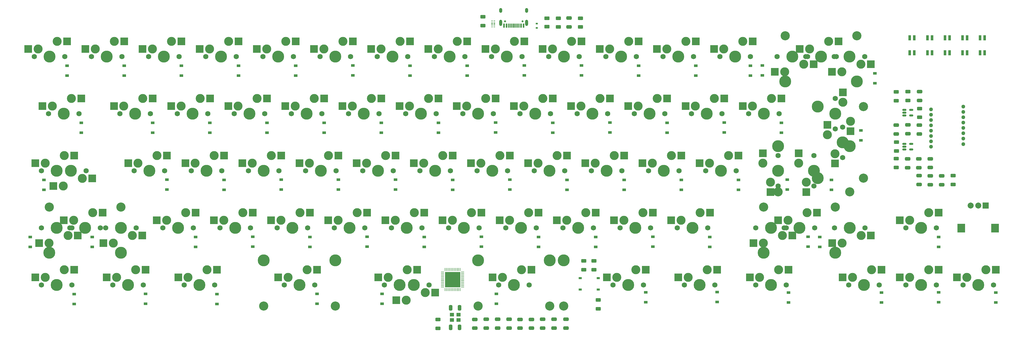
<source format=gbr>
%TF.GenerationSoftware,KiCad,Pcbnew,(6.0.5)*%
%TF.CreationDate,2023-05-27T18:30:22+09:00*%
%TF.ProjectId,dynamis,64796e61-6d69-4732-9e6b-696361645f70,v2.0.0*%
%TF.SameCoordinates,Original*%
%TF.FileFunction,Soldermask,Bot*%
%TF.FilePolarity,Negative*%
%FSLAX46Y46*%
G04 Gerber Fmt 4.6, Leading zero omitted, Abs format (unit mm)*
G04 Created by KiCad (PCBNEW (6.0.5)) date 2023-05-27 18:30:22*
%MOMM*%
%LPD*%
G01*
G04 APERTURE LIST*
G04 Aperture macros list*
%AMRoundRect*
0 Rectangle with rounded corners*
0 $1 Rounding radius*
0 $2 $3 $4 $5 $6 $7 $8 $9 X,Y pos of 4 corners*
0 Add a 4 corners polygon primitive as box body*
4,1,4,$2,$3,$4,$5,$6,$7,$8,$9,$2,$3,0*
0 Add four circle primitives for the rounded corners*
1,1,$1+$1,$2,$3*
1,1,$1+$1,$4,$5*
1,1,$1+$1,$6,$7*
1,1,$1+$1,$8,$9*
0 Add four rect primitives between the rounded corners*
20,1,$1+$1,$2,$3,$4,$5,0*
20,1,$1+$1,$4,$5,$6,$7,0*
20,1,$1+$1,$6,$7,$8,$9,0*
20,1,$1+$1,$8,$9,$2,$3,0*%
G04 Aperture macros list end*
%ADD10C,3.000000*%
%ADD11C,3.987800*%
%ADD12C,1.750000*%
%ADD13R,2.550000X2.500000*%
%ADD14R,0.820000X1.800000*%
%ADD15R,2.500000X2.550000*%
%ADD16C,3.048000*%
%ADD17R,2.000000X2.000000*%
%ADD18C,2.000000*%
%ADD19R,2.500000X3.000000*%
%ADD20RoundRect,0.250000X0.625000X-0.312500X0.625000X0.312500X-0.625000X0.312500X-0.625000X-0.312500X0*%
%ADD21R,1.200000X0.900000*%
%ADD22RoundRect,0.250000X-0.650000X0.325000X-0.650000X-0.325000X0.650000X-0.325000X0.650000X0.325000X0*%
%ADD23C,0.650000*%
%ADD24R,0.600000X1.450000*%
%ADD25R,0.300000X1.450000*%
%ADD26O,1.000000X2.100000*%
%ADD27O,1.000000X1.600000*%
%ADD28RoundRect,0.250000X-0.625000X0.312500X-0.625000X-0.312500X0.625000X-0.312500X0.625000X0.312500X0*%
%ADD29RoundRect,0.250000X0.650000X-0.325000X0.650000X0.325000X-0.650000X0.325000X-0.650000X-0.325000X0*%
%ADD30RoundRect,0.250000X0.325000X0.650000X-0.325000X0.650000X-0.325000X-0.650000X0.325000X-0.650000X0*%
%ADD31R,0.700000X0.600000*%
%ADD32R,1.400000X1.200000*%
%ADD33RoundRect,0.062500X0.475000X0.062500X-0.475000X0.062500X-0.475000X-0.062500X0.475000X-0.062500X0*%
%ADD34RoundRect,0.062500X0.062500X0.475000X-0.062500X0.475000X-0.062500X-0.475000X0.062500X-0.475000X0*%
%ADD35R,5.200000X5.200000*%
%ADD36R,1.000000X0.750000*%
%ADD37RoundRect,0.150000X-0.512500X-0.150000X0.512500X-0.150000X0.512500X0.150000X-0.512500X0.150000X0*%
%ADD38C,1.300000*%
%ADD39R,0.609000X0.250000*%
%ADD40R,0.609000X0.380000*%
%ADD41RoundRect,0.250000X-0.625000X0.375000X-0.625000X-0.375000X0.625000X-0.375000X0.625000X0.375000X0*%
G04 APERTURE END LIST*
D10*
%TO.C,SW09_00*%
X412235000Y-176480000D03*
D11*
X414775000Y-171400000D03*
D12*
X409695000Y-171400000D03*
D10*
X418585000Y-173940000D03*
D12*
X419855000Y-171400000D03*
D13*
X421860000Y-173940000D03*
X408933000Y-176480000D03*
%TD*%
D12*
%TO.C,SW03_02*%
X185870000Y-228550000D03*
D10*
X187140000Y-226010000D03*
D12*
X196030000Y-228550000D03*
D11*
X190950000Y-228550000D03*
D10*
X193490000Y-223470000D03*
D13*
X183865000Y-226010000D03*
X196792000Y-223470000D03*
%TD*%
D10*
%TO.C,SW03_00*%
X147935000Y-233630000D03*
D12*
X155555000Y-228550000D03*
X145395000Y-228550000D03*
D11*
X150475000Y-228550000D03*
D10*
X154285000Y-231090000D03*
D13*
X157560000Y-231090000D03*
X144633000Y-233630000D03*
%TD*%
D11*
%TO.C,SW01_03*%
X214775000Y-190450000D03*
D10*
X217315000Y-185370000D03*
D12*
X219855000Y-190450000D03*
D10*
X210965000Y-187910000D03*
D12*
X209695000Y-190450000D03*
D13*
X207690000Y-187910000D03*
X220617000Y-185370000D03*
%TD*%
D12*
%TO.C,SW07_03*%
X347770000Y-209500000D03*
X357930000Y-209500000D03*
D10*
X349040000Y-206960000D03*
D11*
X352850000Y-209500000D03*
D10*
X355390000Y-204420000D03*
D13*
X345765000Y-206960000D03*
X358692000Y-204420000D03*
%TD*%
D12*
%TO.C,SW09_04*%
X424630000Y-247600000D03*
D10*
X422090000Y-242520000D03*
X415740000Y-245060000D03*
D12*
X414470000Y-247600000D03*
D11*
X419550000Y-247600000D03*
D13*
X412465000Y-245060000D03*
X425392000Y-242520000D03*
%TD*%
D14*
%TO.C,LED01*%
X442225000Y-165125000D03*
X440725000Y-165125000D03*
X440725000Y-170125000D03*
X442225000Y-170125000D03*
%TD*%
D12*
%TO.C,SW02_05*%
X262680000Y-209500000D03*
D10*
X260140000Y-204420000D03*
D12*
X252520000Y-209500000D03*
D11*
X257600000Y-209500000D03*
D10*
X253790000Y-206960000D03*
D13*
X250515000Y-206960000D03*
X263442000Y-204420000D03*
%TD*%
D10*
%TO.C,SW05_03*%
X334790000Y-168860000D03*
D11*
X338600000Y-171400000D03*
D10*
X341140000Y-166320000D03*
D12*
X343680000Y-171400000D03*
X333520000Y-171400000D03*
D13*
X331515000Y-168860000D03*
X344442000Y-166320000D03*
%TD*%
D12*
%TO.C,SW07_01*%
X390975000Y-214580000D03*
D10*
X385895000Y-206960000D03*
D12*
X390975000Y-204420000D03*
D11*
X390975000Y-209500000D03*
D10*
X388435000Y-213310000D03*
D15*
X388435000Y-216585000D03*
X385895000Y-203658000D03*
%TD*%
D16*
%TO.C,SWRS_L01*%
X386137000Y-221565000D03*
D12*
X392995000Y-228550000D03*
D11*
X386137000Y-236805000D03*
D10*
X400615000Y-223470000D03*
D11*
X410013000Y-236805000D03*
D10*
X394265000Y-226010000D03*
D16*
X410013000Y-221565000D03*
D11*
X398075000Y-228550000D03*
D12*
X403155000Y-228550000D03*
D13*
X390990000Y-226010000D03*
X403917000Y-223470000D03*
%TD*%
D12*
%TO.C,SW05_01*%
X381755000Y-171400000D03*
D11*
X376675000Y-171400000D03*
D10*
X372865000Y-168860000D03*
D12*
X371595000Y-171400000D03*
D10*
X379215000Y-166320000D03*
D13*
X369590000Y-168860000D03*
X382517000Y-166320000D03*
%TD*%
D10*
%TO.C,SWLS_L01*%
X162515000Y-223470000D03*
D11*
X171913000Y-236805000D03*
D12*
X165055000Y-228550000D03*
D10*
X156165000Y-226010000D03*
D12*
X154895000Y-228550000D03*
D11*
X159975000Y-228550000D03*
X148037000Y-236805000D03*
D16*
X171913000Y-221565000D03*
X148037000Y-221565000D03*
D13*
X152890000Y-226010000D03*
X165817000Y-223470000D03*
%TD*%
D10*
%TO.C,SW02_06*%
X272840000Y-206960000D03*
D12*
X271570000Y-209500000D03*
D11*
X276650000Y-209500000D03*
D10*
X279190000Y-204420000D03*
D12*
X281730000Y-209500000D03*
D13*
X269565000Y-206960000D03*
X282492000Y-204420000D03*
%TD*%
D10*
%TO.C,SW09_05*%
X384790000Y-245060000D03*
X391140000Y-242520000D03*
D12*
X393680000Y-247600000D03*
D11*
X388600000Y-247600000D03*
D12*
X383520000Y-247600000D03*
D13*
X381515000Y-245060000D03*
X394442000Y-242520000D03*
%TD*%
D10*
%TO.C,SWSP_L04*%
X266985000Y-252679450D03*
D11*
X219525100Y-239344450D03*
X269525000Y-247599450D03*
D16*
X319524900Y-254584450D03*
D11*
X319524900Y-239344450D03*
D16*
X219525100Y-254584450D03*
D12*
X274605000Y-247599450D03*
D10*
X273335000Y-250139450D03*
D12*
X264445000Y-247599450D03*
D13*
X276610000Y-250139450D03*
X263683000Y-252679450D03*
%TD*%
D12*
%TO.C,SW06_04*%
X323970000Y-190450000D03*
D11*
X329050000Y-190450000D03*
D10*
X331590000Y-185370000D03*
D12*
X334130000Y-190450000D03*
D10*
X325240000Y-187910000D03*
D13*
X321965000Y-187910000D03*
X334892000Y-185370000D03*
%TD*%
D10*
%TO.C,SW02_03*%
X222040000Y-204420000D03*
D11*
X219500000Y-209500000D03*
D12*
X224580000Y-209500000D03*
X214420000Y-209500000D03*
D10*
X215690000Y-206960000D03*
D13*
X212415000Y-206960000D03*
X225342000Y-204420000D03*
%TD*%
D11*
%TO.C,SWLS_S01*%
X171900000Y-228550000D03*
D10*
X169360000Y-233630000D03*
D12*
X166820000Y-228550000D03*
D10*
X175710000Y-231090000D03*
D12*
X176980000Y-228550000D03*
D13*
X178985000Y-231090000D03*
X166058000Y-233630000D03*
%TD*%
D10*
%TO.C,SWSP_S04*%
X260965000Y-245060000D03*
X267315000Y-242520000D03*
D12*
X269855000Y-247600000D03*
D11*
X264775000Y-247600000D03*
D12*
X259695000Y-247600000D03*
D13*
X257690000Y-245060000D03*
X270617000Y-242520000D03*
%TD*%
D12*
%TO.C,SW00_04*%
X219220000Y-171400000D03*
D10*
X226840000Y-166320000D03*
D11*
X224300000Y-171400000D03*
D10*
X220490000Y-168860000D03*
D12*
X229380000Y-171400000D03*
D13*
X217215000Y-168860000D03*
X230142000Y-166320000D03*
%TD*%
D11*
%TO.C,SW01_04*%
X233800000Y-190450000D03*
D10*
X236340000Y-185370000D03*
D12*
X228720000Y-190450000D03*
D10*
X229990000Y-187910000D03*
D12*
X238880000Y-190450000D03*
D13*
X226715000Y-187910000D03*
X239642000Y-185370000D03*
%TD*%
D12*
%TO.C,SW06_02*%
X372255000Y-190450000D03*
X362095000Y-190450000D03*
D10*
X369715000Y-185370000D03*
D11*
X367175000Y-190450000D03*
D10*
X363365000Y-187910000D03*
D13*
X360090000Y-187910000D03*
X373017000Y-185370000D03*
%TD*%
D10*
%TO.C,SW09_03*%
X441140000Y-242520000D03*
D12*
X433520000Y-247600000D03*
X443680000Y-247600000D03*
D11*
X438600000Y-247600000D03*
D10*
X434790000Y-245060000D03*
D13*
X431515000Y-245060000D03*
X444442000Y-242520000D03*
%TD*%
D11*
%TO.C,STAB00*%
X390912000Y-201244450D03*
X414788000Y-201244450D03*
D16*
X414788000Y-216484450D03*
X390912000Y-216484450D03*
%TD*%
D14*
%TO.C,LED00*%
X436325000Y-165125000D03*
X434825000Y-165125000D03*
X434825000Y-170125000D03*
X436325000Y-170125000D03*
%TD*%
D11*
%TO.C,SW08_00*%
X414800000Y-228550000D03*
D10*
X418610000Y-231090000D03*
X412260000Y-233630000D03*
D12*
X409720000Y-228550000D03*
X419880000Y-228550000D03*
D13*
X421885000Y-231090000D03*
X408958000Y-233630000D03*
%TD*%
D10*
%TO.C,SWBS_S00*%
X393185000Y-176480000D03*
X399535000Y-173940000D03*
D12*
X390645000Y-171400000D03*
X400805000Y-171400000D03*
D11*
X395725000Y-171400000D03*
D13*
X402810000Y-173940000D03*
X389883000Y-176480000D03*
%TD*%
D11*
%TO.C,SW02_01*%
X181425000Y-209500000D03*
D10*
X177615000Y-206960000D03*
D12*
X186505000Y-209500000D03*
X176345000Y-209500000D03*
D10*
X183965000Y-204420000D03*
D13*
X174340000Y-206960000D03*
X187267000Y-204420000D03*
%TD*%
D12*
%TO.C,SW07_05*%
X319830000Y-209500000D03*
X309670000Y-209500000D03*
D10*
X317290000Y-204420000D03*
X310940000Y-206960000D03*
D11*
X314750000Y-209500000D03*
D13*
X307665000Y-206960000D03*
X320592000Y-204420000D03*
%TD*%
D11*
%TO.C,SW00_02*%
X186225000Y-171425000D03*
D12*
X181145000Y-171425000D03*
D10*
X182415000Y-168885000D03*
X188765000Y-166345000D03*
D12*
X191305000Y-171425000D03*
D13*
X179140000Y-168885000D03*
X192067000Y-166345000D03*
%TD*%
D10*
%TO.C,SW01_00*%
X149065000Y-187935000D03*
D11*
X152875000Y-190475000D03*
D12*
X157955000Y-190475000D03*
D10*
X155415000Y-185395000D03*
D12*
X147795000Y-190475000D03*
D13*
X145790000Y-187935000D03*
X158717000Y-185395000D03*
%TD*%
D12*
%TO.C,SW06_01*%
X391305000Y-190450000D03*
D10*
X388765000Y-185370000D03*
D11*
X386225000Y-190450000D03*
D10*
X382415000Y-187910000D03*
D12*
X381145000Y-190450000D03*
D13*
X379140000Y-187910000D03*
X392067000Y-185370000D03*
%TD*%
D10*
%TO.C,SW02_02*%
X203015000Y-204420000D03*
D12*
X205555000Y-209500000D03*
D10*
X196665000Y-206960000D03*
D11*
X200475000Y-209500000D03*
D12*
X195395000Y-209500000D03*
D13*
X193390000Y-206960000D03*
X206317000Y-204420000D03*
%TD*%
D10*
%TO.C,SW05_04*%
X315740000Y-168860000D03*
D11*
X319550000Y-171400000D03*
D12*
X314470000Y-171400000D03*
D10*
X322090000Y-166320000D03*
D12*
X324630000Y-171400000D03*
D13*
X312465000Y-168860000D03*
X325392000Y-166320000D03*
%TD*%
D14*
%TO.C,LED02*%
X448075000Y-165150000D03*
X446575000Y-165150000D03*
X446575000Y-170150000D03*
X448075000Y-170150000D03*
%TD*%
D17*
%TO.C,RE0*%
X460125000Y-221100000D03*
D18*
X455125000Y-221100000D03*
X457625000Y-221100000D03*
D19*
X463225000Y-228600000D03*
X452025000Y-228600000D03*
%TD*%
D11*
%TO.C,SW05_02*%
X357650000Y-171400000D03*
D12*
X352570000Y-171400000D03*
D10*
X360190000Y-166320000D03*
X353840000Y-168860000D03*
D12*
X362730000Y-171400000D03*
D13*
X350565000Y-168860000D03*
X363492000Y-166320000D03*
%TD*%
D10*
%TO.C,SW04_06*%
X337145000Y-245085000D03*
D12*
X335875000Y-247625000D03*
D11*
X340955000Y-247625000D03*
D10*
X343495000Y-242545000D03*
D12*
X346035000Y-247625000D03*
D13*
X333870000Y-245085000D03*
X346797000Y-242545000D03*
%TD*%
D12*
%TO.C,SW01_06*%
X276980000Y-190450000D03*
D10*
X274440000Y-185370000D03*
D11*
X271900000Y-190450000D03*
D10*
X268090000Y-187910000D03*
D12*
X266820000Y-190450000D03*
D13*
X264815000Y-187910000D03*
X277742000Y-185370000D03*
%TD*%
D12*
%TO.C,SW08_06*%
X281120000Y-228550000D03*
X291280000Y-228550000D03*
D10*
X282390000Y-226010000D03*
D11*
X286200000Y-228550000D03*
D10*
X288740000Y-223470000D03*
D13*
X279115000Y-226010000D03*
X292042000Y-223470000D03*
%TD*%
D16*
%TO.C,SWET_IS00*%
X419410000Y-188037000D03*
D11*
X404170000Y-188037000D03*
D12*
X412425000Y-194895000D03*
D11*
X404170000Y-211913000D03*
X412425000Y-199975000D03*
D12*
X412425000Y-205055000D03*
D10*
X409885000Y-203785000D03*
X407345000Y-197435000D03*
D16*
X419410000Y-211913000D03*
D15*
X409885000Y-207060000D03*
X407345000Y-194133000D03*
%TD*%
D12*
%TO.C,SW07_02*%
X376980000Y-209500000D03*
D10*
X368090000Y-206960000D03*
D12*
X366820000Y-209500000D03*
D10*
X374440000Y-204420000D03*
D11*
X371900000Y-209500000D03*
D13*
X364815000Y-206960000D03*
X377742000Y-204420000D03*
%TD*%
D11*
%TO.C,SW04_05*%
X314813000Y-239345000D03*
X290937000Y-239345000D03*
D12*
X307955000Y-247600000D03*
D16*
X314813000Y-254585000D03*
D11*
X302875000Y-247600000D03*
D16*
X290937000Y-254585000D03*
D10*
X305415000Y-242520000D03*
X299065000Y-245060000D03*
D12*
X297795000Y-247600000D03*
D13*
X295790000Y-245060000D03*
X308717000Y-242520000D03*
%TD*%
D10*
%TO.C,SW03_05*%
X250665000Y-223470000D03*
D11*
X248125000Y-228550000D03*
D12*
X253205000Y-228550000D03*
D10*
X244315000Y-226010000D03*
D12*
X243045000Y-228550000D03*
D13*
X241040000Y-226010000D03*
X253967000Y-223470000D03*
%TD*%
D14*
%TO.C,LED04*%
X459800000Y-165125000D03*
X458300000Y-165125000D03*
X458300000Y-170125000D03*
X459800000Y-170125000D03*
%TD*%
D12*
%TO.C,SW03_03*%
X204920000Y-228550000D03*
D10*
X206190000Y-226010000D03*
D12*
X215080000Y-228550000D03*
D10*
X212540000Y-223470000D03*
D11*
X210000000Y-228550000D03*
D13*
X202915000Y-226010000D03*
X215842000Y-223470000D03*
%TD*%
D12*
%TO.C,SW05_05*%
X295420000Y-171400000D03*
X305580000Y-171400000D03*
D10*
X296690000Y-168860000D03*
X303040000Y-166320000D03*
D11*
X300500000Y-171400000D03*
D13*
X293415000Y-168860000D03*
X306342000Y-166320000D03*
%TD*%
D10*
%TO.C,SW09_02*%
X460190000Y-242520000D03*
X453840000Y-245060000D03*
D11*
X457650000Y-247600000D03*
D12*
X462730000Y-247600000D03*
X452570000Y-247600000D03*
D13*
X450565000Y-245060000D03*
X463492000Y-242520000D03*
%TD*%
D12*
%TO.C,SW04_01*%
X169220000Y-247600000D03*
X179380000Y-247600000D03*
D11*
X174300000Y-247600000D03*
D10*
X176840000Y-242520000D03*
X170490000Y-245060000D03*
D13*
X167215000Y-245060000D03*
X180142000Y-242520000D03*
%TD*%
D11*
%TO.C,SW08_03*%
X343350000Y-228550000D03*
D12*
X348430000Y-228550000D03*
D10*
X339540000Y-226010000D03*
X345890000Y-223470000D03*
D12*
X338270000Y-228550000D03*
D13*
X336265000Y-226010000D03*
X349192000Y-223470000D03*
%TD*%
D10*
%TO.C,SW00_06*%
X258590000Y-168860000D03*
D12*
X267480000Y-171400000D03*
X257320000Y-171400000D03*
D10*
X264940000Y-166320000D03*
D11*
X262400000Y-171400000D03*
D13*
X255315000Y-168860000D03*
X268242000Y-166320000D03*
%TD*%
D12*
%TO.C,SW01_02*%
X200830000Y-190475000D03*
D10*
X191940000Y-187935000D03*
D12*
X190670000Y-190475000D03*
D11*
X195750000Y-190475000D03*
D10*
X198290000Y-185395000D03*
D13*
X188665000Y-187935000D03*
X201592000Y-185395000D03*
%TD*%
D10*
%TO.C,SWCL_N00*%
X159035000Y-212040000D03*
X152685000Y-214580000D03*
D12*
X160305000Y-209500000D03*
X150145000Y-209500000D03*
D11*
X155225000Y-209500000D03*
D13*
X162310000Y-212040000D03*
X149383000Y-214580000D03*
%TD*%
D11*
%TO.C,SW04_02*%
X198100000Y-247600000D03*
D12*
X203180000Y-247600000D03*
D10*
X200640000Y-242520000D03*
D12*
X193020000Y-247600000D03*
D10*
X194290000Y-245060000D03*
D13*
X191015000Y-245060000D03*
X203942000Y-242520000D03*
%TD*%
D10*
%TO.C,SW06_06*%
X287140000Y-187910000D03*
X293490000Y-185370000D03*
D11*
X290950000Y-190450000D03*
D12*
X285870000Y-190450000D03*
X296030000Y-190450000D03*
D13*
X283865000Y-187910000D03*
X296792000Y-185370000D03*
%TD*%
D12*
%TO.C,SW03_04*%
X234155000Y-228550000D03*
X223995000Y-228550000D03*
D11*
X229075000Y-228550000D03*
D10*
X225265000Y-226010000D03*
X231615000Y-223470000D03*
D13*
X221990000Y-226010000D03*
X234917000Y-223470000D03*
%TD*%
D14*
%TO.C,LED03*%
X453925000Y-165125000D03*
X452425000Y-165125000D03*
X452425000Y-170125000D03*
X453925000Y-170125000D03*
%TD*%
D12*
%TO.C,SW06_03*%
X353180000Y-190450000D03*
X343020000Y-190450000D03*
D11*
X348100000Y-190450000D03*
D10*
X350640000Y-185370000D03*
X344290000Y-187910000D03*
D13*
X341015000Y-187910000D03*
X353942000Y-185370000D03*
%TD*%
D11*
%TO.C,SW07_04*%
X333800000Y-209500000D03*
D10*
X336340000Y-204420000D03*
D12*
X338880000Y-209500000D03*
D10*
X329990000Y-206960000D03*
D12*
X328720000Y-209500000D03*
D13*
X326715000Y-206960000D03*
X339642000Y-204420000D03*
%TD*%
D11*
%TO.C,SW06_05*%
X310000000Y-190450000D03*
D12*
X304920000Y-190450000D03*
D10*
X312540000Y-185370000D03*
D12*
X315080000Y-190450000D03*
D10*
X306190000Y-187910000D03*
D13*
X302915000Y-187910000D03*
X315842000Y-185370000D03*
%TD*%
D12*
%TO.C,SW08_02*%
X367455000Y-228575000D03*
D10*
X358565000Y-226035000D03*
D12*
X357295000Y-228575000D03*
D11*
X362375000Y-228575000D03*
D10*
X364915000Y-223495000D03*
D13*
X355290000Y-226035000D03*
X368217000Y-223495000D03*
%TD*%
D10*
%TO.C,SW01_05*%
X255390000Y-185370000D03*
D12*
X247770000Y-190450000D03*
D11*
X252850000Y-190450000D03*
D10*
X249040000Y-187910000D03*
D12*
X257930000Y-190450000D03*
D13*
X245765000Y-187910000D03*
X258692000Y-185370000D03*
%TD*%
D10*
%TO.C,SW08_05*%
X301440000Y-226010000D03*
D11*
X305250000Y-228550000D03*
D12*
X300170000Y-228550000D03*
D10*
X307790000Y-223470000D03*
D12*
X310330000Y-228550000D03*
D13*
X298165000Y-226010000D03*
X311092000Y-223470000D03*
%TD*%
D12*
%TO.C,SWRS_S01*%
X393680000Y-228575000D03*
X383520000Y-228575000D03*
D10*
X392410000Y-231115000D03*
D11*
X388600000Y-228575000D03*
D10*
X386060000Y-233655000D03*
D13*
X395685000Y-231115000D03*
X382758000Y-233655000D03*
%TD*%
D10*
%TO.C,SW05_06*%
X283990000Y-166320000D03*
X277640000Y-168860000D03*
D12*
X286530000Y-171400000D03*
D11*
X281450000Y-171400000D03*
D12*
X276370000Y-171400000D03*
D13*
X274365000Y-168860000D03*
X287292000Y-166320000D03*
%TD*%
D11*
%TO.C,SW09_06*%
X364760000Y-247615000D03*
D10*
X367300000Y-242535000D03*
X360950000Y-245075000D03*
D12*
X359680000Y-247615000D03*
X369840000Y-247615000D03*
D13*
X357675000Y-245075000D03*
X370602000Y-242535000D03*
%TD*%
D11*
%TO.C,SW04_03*%
X231435000Y-247605000D03*
D16*
X243373000Y-254590000D03*
D12*
X226355000Y-247605000D03*
X236515000Y-247605000D03*
D16*
X219497000Y-254590000D03*
D11*
X219497000Y-239350000D03*
X243373000Y-239350000D03*
D10*
X227625000Y-245065000D03*
X233975000Y-242525000D03*
D13*
X224350000Y-245065000D03*
X237277000Y-242525000D03*
%TD*%
D11*
%TO.C,SW06_00*%
X410025000Y-190450000D03*
D12*
X410025000Y-195530000D03*
X410025000Y-185370000D03*
D10*
X412565000Y-186640000D03*
X415105000Y-192990000D03*
D15*
X412565000Y-183365000D03*
X415105000Y-196292000D03*
%TD*%
D10*
%TO.C,SW01_01*%
X172865000Y-187935000D03*
D12*
X181755000Y-190475000D03*
D10*
X179215000Y-185395000D03*
D12*
X171595000Y-190475000D03*
D11*
X176675000Y-190475000D03*
D13*
X169590000Y-187935000D03*
X182517000Y-185395000D03*
%TD*%
D10*
%TO.C,SW09_01*%
X441140000Y-223470000D03*
D11*
X438600000Y-228550000D03*
D12*
X443680000Y-228550000D03*
X433520000Y-228550000D03*
D10*
X434790000Y-226010000D03*
D13*
X431515000Y-226010000D03*
X444442000Y-223470000D03*
%TD*%
D10*
%TO.C,SW04_00*%
X146665000Y-245060000D03*
D12*
X145395000Y-247600000D03*
X155555000Y-247600000D03*
D11*
X150475000Y-247600000D03*
D10*
X153015000Y-242520000D03*
D13*
X143390000Y-245060000D03*
X156317000Y-242520000D03*
%TD*%
D12*
%TO.C,SW08_04*%
X329380000Y-228550000D03*
D10*
X326840000Y-223470000D03*
D11*
X324300000Y-228550000D03*
D12*
X319220000Y-228550000D03*
D10*
X320490000Y-226010000D03*
D13*
X317215000Y-226010000D03*
X330142000Y-223470000D03*
%TD*%
D11*
%TO.C,SW00_01*%
X167150000Y-171425000D03*
D10*
X169690000Y-166345000D03*
D12*
X172230000Y-171425000D03*
D10*
X163340000Y-168885000D03*
D12*
X162070000Y-171425000D03*
D13*
X160065000Y-168885000D03*
X172992000Y-166345000D03*
%TD*%
D12*
%TO.C,SW07_06*%
X300780000Y-209500000D03*
D10*
X291890000Y-206960000D03*
D11*
X295700000Y-209500000D03*
D12*
X290620000Y-209500000D03*
D10*
X298240000Y-204420000D03*
D13*
X288615000Y-206960000D03*
X301542000Y-204420000D03*
%TD*%
D10*
%TO.C,SWET_AN00*%
X397795000Y-206960000D03*
D12*
X402875000Y-214580000D03*
X402875000Y-204420000D03*
D11*
X402875000Y-209500000D03*
D10*
X400335000Y-213310000D03*
D15*
X400335000Y-216585000D03*
X397795000Y-203658000D03*
%TD*%
D11*
%TO.C,SW03_06*%
X267175000Y-228550000D03*
D10*
X269715000Y-223470000D03*
D12*
X262095000Y-228550000D03*
X272255000Y-228550000D03*
D10*
X263365000Y-226010000D03*
D13*
X260090000Y-226010000D03*
X273017000Y-223470000D03*
%TD*%
D12*
%TO.C,SWBS_L00*%
X410330000Y-171400550D03*
D11*
X417188000Y-179655550D03*
D10*
X401440000Y-168860550D03*
D12*
X400170000Y-171400550D03*
D16*
X393312000Y-164415550D03*
D11*
X405250000Y-171400550D03*
D16*
X417188000Y-164415550D03*
D10*
X407790000Y-166320550D03*
D11*
X393312000Y-179655550D03*
D13*
X398165000Y-168860550D03*
X411092000Y-166320550D03*
%TD*%
D10*
%TO.C,SWCL_S00*%
X153015000Y-204420000D03*
X146665000Y-206960000D03*
D12*
X155555000Y-209500000D03*
D11*
X150475000Y-209500000D03*
D12*
X145395000Y-209500000D03*
D13*
X143390000Y-206960000D03*
X156317000Y-204420000D03*
%TD*%
D11*
%TO.C,SW02_04*%
X238550000Y-209500000D03*
D10*
X241090000Y-204420000D03*
D12*
X233470000Y-209500000D03*
X243630000Y-209500000D03*
D10*
X234740000Y-206960000D03*
D13*
X231465000Y-206960000D03*
X244392000Y-204420000D03*
%TD*%
D10*
%TO.C,SW00_00*%
X150640000Y-166345000D03*
X144290000Y-168885000D03*
D11*
X148100000Y-171425000D03*
D12*
X153180000Y-171425000D03*
X143020000Y-171425000D03*
D13*
X141015000Y-168885000D03*
X153942000Y-166345000D03*
%TD*%
D12*
%TO.C,SW00_05*%
X248430000Y-171400000D03*
X238270000Y-171400000D03*
D10*
X245890000Y-166320000D03*
X239540000Y-168860000D03*
D11*
X243350000Y-171400000D03*
D13*
X236265000Y-168860000D03*
X249192000Y-166320000D03*
%TD*%
D10*
%TO.C,SW00_03*%
X207815000Y-166320000D03*
D12*
X210355000Y-171400000D03*
X200195000Y-171400000D03*
D10*
X201465000Y-168860000D03*
D11*
X205275000Y-171400000D03*
D13*
X198190000Y-168860000D03*
X211117000Y-166320000D03*
%TD*%
D20*
%TO.C,R5*%
X331000000Y-255537500D03*
X331000000Y-252612500D03*
%TD*%
D21*
%TO.C,D02_04*%
X244425000Y-215775000D03*
X244425000Y-212475000D03*
%TD*%
D22*
%TO.C,C18*%
X320225000Y-259000000D03*
X320225000Y-261950000D03*
%TD*%
D23*
%TO.C,J0*%
X305740000Y-159625000D03*
X299960000Y-159625000D03*
D24*
X299600000Y-161070000D03*
X300400000Y-161070000D03*
D25*
X301600000Y-161070000D03*
X302600000Y-161070000D03*
X303100000Y-161070000D03*
X304100000Y-161070000D03*
D24*
X305300000Y-161070000D03*
X306100000Y-161070000D03*
X306100000Y-161070000D03*
X305300000Y-161070000D03*
D25*
X304600000Y-161070000D03*
X303600000Y-161070000D03*
X302100000Y-161070000D03*
X301100000Y-161070000D03*
D24*
X300400000Y-161070000D03*
X299600000Y-161070000D03*
D26*
X307170000Y-160155000D03*
D27*
X298530000Y-155975000D03*
X307170000Y-155975000D03*
D26*
X298530000Y-160155000D03*
%TD*%
D21*
%TO.C,D05_04*%
X325375000Y-177675000D03*
X325375000Y-174375000D03*
%TD*%
%TO.C,D01_06*%
X277775000Y-196750000D03*
X277775000Y-193450000D03*
%TD*%
%TO.C,D04_01*%
X180125000Y-253875000D03*
X180125000Y-250575000D03*
%TD*%
D22*
%TO.C,C19*%
X438075000Y-183050000D03*
X438075000Y-186000000D03*
%TD*%
D21*
%TO.C,D05_06*%
X287300000Y-177700000D03*
X287300000Y-174400000D03*
%TD*%
%TO.C,D09_04*%
X425425000Y-253400000D03*
X425425000Y-250100000D03*
%TD*%
%TO.C,D01_00*%
X158700000Y-196750000D03*
X158700000Y-193450000D03*
%TD*%
D22*
%TO.C,C13*%
X308700000Y-259075000D03*
X308700000Y-262025000D03*
%TD*%
D21*
%TO.C,D09_01*%
X444450000Y-234850000D03*
X444450000Y-231550000D03*
%TD*%
D22*
%TO.C,C15*%
X434125000Y-205525000D03*
X434125000Y-208475000D03*
%TD*%
D21*
%TO.C,D03_04*%
X234925000Y-234850000D03*
X234925000Y-231550000D03*
%TD*%
D22*
%TO.C,C17*%
X316275000Y-259025000D03*
X316275000Y-261975000D03*
%TD*%
D28*
%TO.C,R4*%
X325075000Y-158587500D03*
X325075000Y-161512500D03*
%TD*%
D21*
%TO.C,D06_01*%
X392075000Y-196775000D03*
X392075000Y-193475000D03*
%TD*%
%TO.C,D07_04*%
X339675000Y-215800000D03*
X339675000Y-212500000D03*
%TD*%
%TO.C,D09_02*%
X463525000Y-253400000D03*
X463525000Y-250100000D03*
%TD*%
%TO.C,D03_03*%
X215850000Y-234825000D03*
X215850000Y-231525000D03*
%TD*%
%TO.C,D08_04*%
X330150000Y-234850000D03*
X330150000Y-231550000D03*
%TD*%
D28*
%TO.C,R9*%
X430325000Y-205462500D03*
X430325000Y-208387500D03*
%TD*%
D21*
%TO.C,D02_06*%
X282525000Y-215800000D03*
X282525000Y-212500000D03*
%TD*%
%TO.C,D08_01*%
X400975000Y-234825000D03*
X400975000Y-231525000D03*
%TD*%
%TO.C,D09_06*%
X370625000Y-253275000D03*
X370625000Y-249975000D03*
%TD*%
%TO.C,D08_00*%
X404825000Y-234850000D03*
X404825000Y-231550000D03*
%TD*%
%TO.C,D06_04*%
X334875000Y-196725000D03*
X334875000Y-193425000D03*
%TD*%
%TO.C,D07_00*%
X408750000Y-215875000D03*
X408750000Y-212575000D03*
%TD*%
D20*
%TO.C,R10*%
X430375000Y-202887500D03*
X430375000Y-199962500D03*
%TD*%
D21*
%TO.C,D09_03*%
X444475000Y-253375000D03*
X444475000Y-250075000D03*
%TD*%
%TO.C,D02_01*%
X187275000Y-215775000D03*
X187275000Y-212475000D03*
%TD*%
D29*
%TO.C,C12*%
X434200000Y-197125000D03*
X434200000Y-194175000D03*
%TD*%
%TO.C,C10*%
X445450000Y-214125000D03*
X445450000Y-211175000D03*
%TD*%
D22*
%TO.C,C5*%
X301275000Y-259025000D03*
X301275000Y-261975000D03*
%TD*%
D21*
%TO.C,D05_02*%
X363500000Y-177725000D03*
X363500000Y-174425000D03*
%TD*%
%TO.C,D06_00*%
X418550000Y-199350000D03*
X418550000Y-196050000D03*
%TD*%
D20*
%TO.C,R2*%
X277550000Y-262037500D03*
X277550000Y-259112500D03*
%TD*%
D30*
%TO.C,C0*%
X284800000Y-255250000D03*
X281850000Y-255250000D03*
%TD*%
D22*
%TO.C,C14*%
X312450000Y-259025000D03*
X312450000Y-261975000D03*
%TD*%
D21*
%TO.C,D00_05*%
X249225000Y-177675000D03*
X249225000Y-174375000D03*
%TD*%
D31*
%TO.C,ESDD0*%
X310525000Y-161800000D03*
X310525000Y-160400000D03*
%TD*%
D20*
%TO.C,R13*%
X317725000Y-161512500D03*
X317725000Y-158587500D03*
%TD*%
D21*
%TO.C,D04_03*%
X237250000Y-253875000D03*
X237250000Y-250575000D03*
%TD*%
%TO.C,D06_05*%
X315875000Y-196750000D03*
X315875000Y-193450000D03*
%TD*%
%TO.C,D03_06*%
X273025000Y-234850000D03*
X273025000Y-231550000D03*
%TD*%
%TO.C,D00_00*%
X153925000Y-177700000D03*
X153925000Y-174400000D03*
%TD*%
%TO.C,D03_01*%
X162375000Y-234925000D03*
X162375000Y-231625000D03*
%TD*%
%TO.C,D02_02*%
X206325000Y-215800000D03*
X206325000Y-212500000D03*
%TD*%
D32*
%TO.C,Y0*%
X284400000Y-259275000D03*
X282200000Y-259275000D03*
X282200000Y-257525000D03*
X284400000Y-257525000D03*
%TD*%
D28*
%TO.C,R7*%
X449250000Y-211137500D03*
X449250000Y-214062500D03*
%TD*%
D29*
%TO.C,C9*%
X441650000Y-214125000D03*
X441650000Y-211175000D03*
%TD*%
D21*
%TO.C,D07_06*%
X301575000Y-215775000D03*
X301575000Y-212475000D03*
%TD*%
%TO.C,D08_03*%
X349200000Y-234825000D03*
X349200000Y-231525000D03*
%TD*%
%TO.C,D04_05*%
X297025000Y-253850000D03*
X297025000Y-250550000D03*
%TD*%
%TO.C,D04_02*%
X203950000Y-253900000D03*
X203950000Y-250600000D03*
%TD*%
%TO.C,D04_06*%
X346800000Y-253375000D03*
X346800000Y-250075000D03*
%TD*%
%TO.C,D04_00*%
X156325000Y-253900000D03*
X156325000Y-250600000D03*
%TD*%
D28*
%TO.C,R6*%
X438100000Y-188712500D03*
X438100000Y-191637500D03*
%TD*%
D21*
%TO.C,D00_02*%
X192075000Y-177725000D03*
X192075000Y-174425000D03*
%TD*%
%TO.C,D09_05*%
X394450000Y-253400000D03*
X394450000Y-250100000D03*
%TD*%
D29*
%TO.C,C11*%
X438050000Y-197175000D03*
X438050000Y-194225000D03*
%TD*%
D21*
%TO.C,D04_04*%
X258925000Y-253875000D03*
X258925000Y-250575000D03*
%TD*%
D33*
%TO.C,U0*%
X285812500Y-243275000D03*
X285812500Y-243775000D03*
X285812500Y-244275000D03*
X285812500Y-244775000D03*
X285812500Y-245275000D03*
X285812500Y-245775000D03*
X285812500Y-246275000D03*
X285812500Y-246775000D03*
X285812500Y-247275000D03*
X285812500Y-247775000D03*
X285812500Y-248275000D03*
D34*
X284975000Y-249112500D03*
X284475000Y-249112500D03*
X283975000Y-249112500D03*
X283475000Y-249112500D03*
X282975000Y-249112500D03*
X282475000Y-249112500D03*
X281975000Y-249112500D03*
X281475000Y-249112500D03*
X280975000Y-249112500D03*
X280475000Y-249112500D03*
X279975000Y-249112500D03*
D33*
X279137500Y-248275000D03*
X279137500Y-247775000D03*
X279137500Y-247275000D03*
X279137500Y-246775000D03*
X279137500Y-246275000D03*
X279137500Y-245775000D03*
X279137500Y-245275000D03*
X279137500Y-244775000D03*
X279137500Y-244275000D03*
X279137500Y-243775000D03*
X279137500Y-243275000D03*
D34*
X279975000Y-242437500D03*
X280475000Y-242437500D03*
X280975000Y-242437500D03*
X281475000Y-242437500D03*
X281975000Y-242437500D03*
X282475000Y-242437500D03*
X282975000Y-242437500D03*
X283475000Y-242437500D03*
X283975000Y-242437500D03*
X284475000Y-242437500D03*
X284975000Y-242437500D03*
D35*
X282475000Y-245775000D03*
%TD*%
D29*
%TO.C,C20*%
X430350000Y-197175000D03*
X430350000Y-194225000D03*
%TD*%
D21*
%TO.C,D01_01*%
X182525000Y-196750000D03*
X182525000Y-193450000D03*
%TD*%
%TO.C,D02_00*%
X146275000Y-215825000D03*
X146275000Y-212525000D03*
%TD*%
D36*
%TO.C,RESET_SW0*%
X324987500Y-249075000D03*
X330987500Y-249075000D03*
X324987500Y-245325000D03*
X330987500Y-245325000D03*
%TD*%
D21*
%TO.C,D06_03*%
X353950000Y-196750000D03*
X353950000Y-193450000D03*
%TD*%
D22*
%TO.C,C3*%
X293700000Y-259025000D03*
X293700000Y-261975000D03*
%TD*%
D21*
%TO.C,D08_05*%
X311100000Y-234850000D03*
X311100000Y-231550000D03*
%TD*%
%TO.C,D05_01*%
X381750000Y-177725000D03*
X381750000Y-174425000D03*
%TD*%
%TO.C,D05_05*%
X306325000Y-177675000D03*
X306325000Y-174375000D03*
%TD*%
%TO.C,D03_00*%
X141725000Y-234850000D03*
X141725000Y-231550000D03*
%TD*%
D28*
%TO.C,R3*%
X292575000Y-158112500D03*
X292575000Y-161037500D03*
%TD*%
D21*
%TO.C,D07_01*%
X394025000Y-212475000D03*
X394025000Y-215775000D03*
%TD*%
D37*
%TO.C,U3*%
X433062500Y-191075000D03*
X433062500Y-190125000D03*
X433062500Y-189175000D03*
X435337500Y-189175000D03*
X435337500Y-191075000D03*
%TD*%
D21*
%TO.C,D02_05*%
X263475000Y-215775000D03*
X263475000Y-212475000D03*
%TD*%
D28*
%TO.C,R11*%
X434175000Y-183112500D03*
X434175000Y-186037500D03*
%TD*%
D29*
%TO.C,C16*%
X437900000Y-214050000D03*
X437900000Y-211100000D03*
%TD*%
D22*
%TO.C,C8*%
X441675000Y-205475000D03*
X441675000Y-208425000D03*
%TD*%
D21*
%TO.C,D01_04*%
X239650000Y-196750000D03*
X239650000Y-193450000D03*
%TD*%
D22*
%TO.C,C6*%
X304950000Y-259075000D03*
X304950000Y-262025000D03*
%TD*%
D21*
%TO.C,D07_02*%
X377750000Y-215800000D03*
X377750000Y-212500000D03*
%TD*%
%TO.C,D08_02*%
X368200000Y-234850000D03*
X368200000Y-231550000D03*
%TD*%
%TO.C,D01_02*%
X201575000Y-196750000D03*
X201575000Y-193450000D03*
%TD*%
%TO.C,D07_05*%
X320625000Y-215800000D03*
X320625000Y-212500000D03*
%TD*%
D22*
%TO.C,C4*%
X297450000Y-259025000D03*
X297450000Y-261975000D03*
%TD*%
D21*
%TO.C,D05_03*%
X344450000Y-177700000D03*
X344450000Y-174400000D03*
%TD*%
D22*
%TO.C,C7*%
X437875000Y-205500000D03*
X437875000Y-208450000D03*
%TD*%
D21*
%TO.C,D00_06*%
X268250000Y-177700000D03*
X268250000Y-174400000D03*
%TD*%
%TO.C,D00_01*%
X173000000Y-177725000D03*
X173000000Y-174425000D03*
%TD*%
%TO.C,D03_05*%
X253975000Y-234825000D03*
X253975000Y-231525000D03*
%TD*%
%TO.C,D02_03*%
X225350000Y-215775000D03*
X225350000Y-212475000D03*
%TD*%
D20*
%TO.C,R1*%
X329550000Y-242512500D03*
X329550000Y-239587500D03*
%TD*%
%TO.C,R0*%
X326175000Y-242512500D03*
X326175000Y-239587500D03*
%TD*%
D37*
%TO.C,U2*%
X433062500Y-202400000D03*
X433062500Y-201450000D03*
X433062500Y-200500000D03*
X435337500Y-200500000D03*
X435337500Y-202400000D03*
%TD*%
D21*
%TO.C,D09_00*%
X423225000Y-180275000D03*
X423225000Y-176975000D03*
%TD*%
%TO.C,D05_00*%
X385725000Y-177675000D03*
X385725000Y-174375000D03*
%TD*%
%TO.C,D03_02*%
X196800000Y-234850000D03*
X196800000Y-231550000D03*
%TD*%
%TO.C,D01_03*%
X220600000Y-196750000D03*
X220600000Y-193450000D03*
%TD*%
%TO.C,D08_06*%
X292025000Y-234800000D03*
X292025000Y-231500000D03*
%TD*%
D38*
%TO.C,U1*%
X441950000Y-201450000D03*
X441950000Y-199670000D03*
X441950000Y-197890000D03*
X441950000Y-196110000D03*
X441950000Y-194330000D03*
X441950000Y-192550000D03*
X441950000Y-190770000D03*
X441950000Y-188990000D03*
X452650000Y-188100000D03*
X452650000Y-189880000D03*
X452650000Y-191660000D03*
X452650000Y-193440000D03*
X452650000Y-195220000D03*
X452650000Y-197000000D03*
X452650000Y-198780000D03*
X452650000Y-200560000D03*
%TD*%
D39*
%TO.C,U4*%
X295585000Y-161450000D03*
X295585000Y-160950000D03*
D40*
X295585000Y-160450000D03*
D39*
X295585000Y-159950000D03*
X295585000Y-159450000D03*
X296415000Y-159450000D03*
X296415000Y-159950000D03*
D40*
X296415000Y-160450000D03*
D39*
X296415000Y-160950000D03*
X296415000Y-161450000D03*
%TD*%
D41*
%TO.C,F0*%
X313925000Y-158625000D03*
X313925000Y-161425000D03*
%TD*%
D21*
%TO.C,D06_06*%
X296775000Y-196725000D03*
X296775000Y-193425000D03*
%TD*%
D22*
%TO.C,C2*%
X289875000Y-259075000D03*
X289875000Y-262025000D03*
%TD*%
D21*
%TO.C,D07_03*%
X358725000Y-215800000D03*
X358725000Y-212500000D03*
%TD*%
%TO.C,D01_05*%
X258675000Y-196750000D03*
X258675000Y-193450000D03*
%TD*%
%TO.C,D06_02*%
X373000000Y-196725000D03*
X373000000Y-193425000D03*
%TD*%
D28*
%TO.C,R12*%
X430350000Y-183162500D03*
X430350000Y-186087500D03*
%TD*%
D21*
%TO.C,D00_04*%
X230150000Y-177700000D03*
X230150000Y-174400000D03*
%TD*%
D29*
%TO.C,C21*%
X321300000Y-161500000D03*
X321300000Y-158550000D03*
%TD*%
D21*
%TO.C,D00_03*%
X211125000Y-177700000D03*
X211125000Y-174400000D03*
%TD*%
D30*
%TO.C,C1*%
X284800000Y-261700000D03*
X281850000Y-261700000D03*
%TD*%
M02*

</source>
